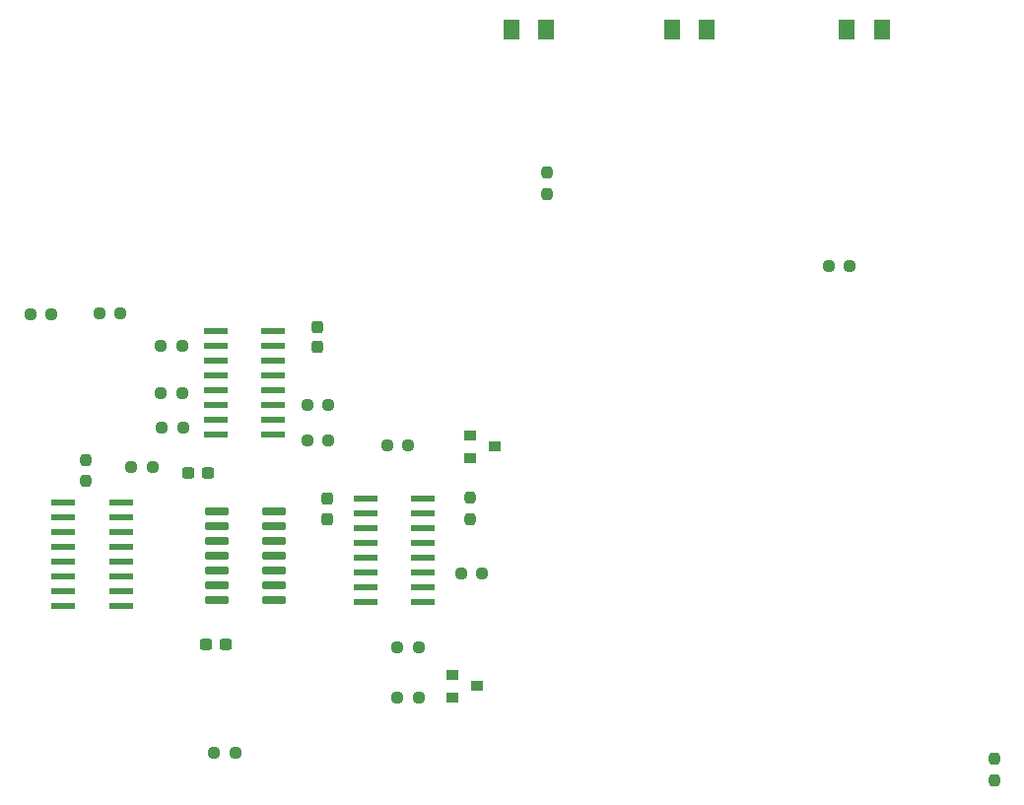
<source format=gbr>
%TF.GenerationSoftware,KiCad,Pcbnew,7.0.7*%
%TF.CreationDate,2023-11-16T19:54:27-05:00*%
%TF.ProjectId,GRC22_ShutdownChargerBoardV1,47524332-325f-4536-9875-74646f776e43,rev?*%
%TF.SameCoordinates,Original*%
%TF.FileFunction,Paste,Top*%
%TF.FilePolarity,Positive*%
%FSLAX46Y46*%
G04 Gerber Fmt 4.6, Leading zero omitted, Abs format (unit mm)*
G04 Created by KiCad (PCBNEW 7.0.7) date 2023-11-16 19:54:27*
%MOMM*%
%LPD*%
G01*
G04 APERTURE LIST*
G04 Aperture macros list*
%AMRoundRect*
0 Rectangle with rounded corners*
0 $1 Rounding radius*
0 $2 $3 $4 $5 $6 $7 $8 $9 X,Y pos of 4 corners*
0 Add a 4 corners polygon primitive as box body*
4,1,4,$2,$3,$4,$5,$6,$7,$8,$9,$2,$3,0*
0 Add four circle primitives for the rounded corners*
1,1,$1+$1,$2,$3*
1,1,$1+$1,$4,$5*
1,1,$1+$1,$6,$7*
1,1,$1+$1,$8,$9*
0 Add four rect primitives between the rounded corners*
20,1,$1+$1,$2,$3,$4,$5,0*
20,1,$1+$1,$4,$5,$6,$7,0*
20,1,$1+$1,$6,$7,$8,$9,0*
20,1,$1+$1,$8,$9,$2,$3,0*%
G04 Aperture macros list end*
%ADD10RoundRect,0.237500X-0.237500X0.250000X-0.237500X-0.250000X0.237500X-0.250000X0.237500X0.250000X0*%
%ADD11RoundRect,0.237500X0.250000X0.237500X-0.250000X0.237500X-0.250000X-0.237500X0.250000X-0.237500X0*%
%ADD12RoundRect,0.237500X0.237500X-0.250000X0.237500X0.250000X-0.237500X0.250000X-0.237500X-0.250000X0*%
%ADD13RoundRect,0.041300X-0.933700X-0.253700X0.933700X-0.253700X0.933700X0.253700X-0.933700X0.253700X0*%
%ADD14RoundRect,0.237500X0.237500X-0.300000X0.237500X0.300000X-0.237500X0.300000X-0.237500X-0.300000X0*%
%ADD15RoundRect,0.237500X0.300000X0.237500X-0.300000X0.237500X-0.300000X-0.237500X0.300000X-0.237500X0*%
%ADD16RoundRect,0.237500X-0.250000X-0.237500X0.250000X-0.237500X0.250000X0.237500X-0.250000X0.237500X0*%
%ADD17RoundRect,0.237500X-0.300000X-0.237500X0.300000X-0.237500X0.300000X0.237500X-0.300000X0.237500X0*%
%ADD18RoundRect,0.237500X-0.237500X0.300000X-0.237500X-0.300000X0.237500X-0.300000X0.237500X0.300000X0*%
%ADD19RoundRect,0.250001X-0.462499X-0.624999X0.462499X-0.624999X0.462499X0.624999X-0.462499X0.624999X0*%
%ADD20RoundRect,0.042000X-0.943000X-0.258000X0.943000X-0.258000X0.943000X0.258000X-0.943000X0.258000X0*%
%ADD21RoundRect,0.041300X0.933700X0.253700X-0.933700X0.253700X-0.933700X-0.253700X0.933700X-0.253700X0*%
%ADD22R,1.000000X0.850000*%
G04 APERTURE END LIST*
D10*
%TO.C,R19*%
X112300000Y-85675000D03*
X112300000Y-87500000D03*
%TD*%
D11*
%TO.C,R10*%
X139962500Y-84475000D03*
X138137500Y-84475000D03*
%TD*%
D12*
%TO.C,R11*%
X145304000Y-90797500D03*
X145304000Y-88972500D03*
%TD*%
D13*
%TO.C,U4*%
X136276500Y-88996000D03*
X136276500Y-90266000D03*
X136276500Y-91536000D03*
X136276500Y-92806000D03*
X136276500Y-94076000D03*
X136276500Y-95346000D03*
X136276500Y-96616000D03*
X136276500Y-97886000D03*
X141236500Y-97886000D03*
X141236500Y-96616000D03*
X141236500Y-95346000D03*
X141236500Y-94076000D03*
X141236500Y-92806000D03*
X141236500Y-91536000D03*
X141236500Y-90266000D03*
X141236500Y-88996000D03*
%TD*%
D14*
%TO.C,C2*%
X133019000Y-90774000D03*
X133019000Y-89049000D03*
%TD*%
D15*
%TO.C,C4*%
X124322500Y-101569000D03*
X122597500Y-101569000D03*
%TD*%
D16*
%TO.C,R6*%
X118787500Y-82900000D03*
X120612500Y-82900000D03*
%TD*%
D17*
%TO.C,C3*%
X121073500Y-86837000D03*
X122798500Y-86837000D03*
%TD*%
D13*
%TO.C,U2*%
X123429500Y-74645000D03*
X123429500Y-75915000D03*
X123429500Y-77185000D03*
X123429500Y-78455000D03*
X123429500Y-79725000D03*
X123429500Y-80995000D03*
X123429500Y-82265000D03*
X123429500Y-83535000D03*
X128389500Y-83535000D03*
X128389500Y-82265000D03*
X128389500Y-80995000D03*
X128389500Y-79725000D03*
X128389500Y-78455000D03*
X128389500Y-77185000D03*
X128389500Y-75915000D03*
X128389500Y-74645000D03*
%TD*%
D16*
%TO.C,R13*%
X139057500Y-106141000D03*
X140882500Y-106141000D03*
%TD*%
%TO.C,R4*%
X131287000Y-80995000D03*
X133112000Y-80995000D03*
%TD*%
D11*
%TO.C,R23*%
X109312500Y-73200000D03*
X107487500Y-73200000D03*
%TD*%
D18*
%TO.C,C1*%
X132199500Y-74290500D03*
X132199500Y-76015500D03*
%TD*%
D19*
%TO.C,D1*%
X148867000Y-48698000D03*
X151842000Y-48698000D03*
%TD*%
D20*
%TO.C,U3*%
X123525000Y-90139000D03*
X123525000Y-91409000D03*
X123525000Y-92679000D03*
X123525000Y-93949000D03*
X123525000Y-95219000D03*
X123525000Y-96489000D03*
X123525000Y-97759000D03*
X128475000Y-97759000D03*
X128475000Y-96489000D03*
X128475000Y-95219000D03*
X128475000Y-93949000D03*
X128475000Y-92679000D03*
X128475000Y-91409000D03*
X128475000Y-90139000D03*
%TD*%
D16*
%TO.C,R5*%
X116200000Y-86300000D03*
X118025000Y-86300000D03*
%TD*%
D19*
%TO.C,D3*%
X162667000Y-48698000D03*
X165642000Y-48698000D03*
%TD*%
D11*
%TO.C,R22*%
X115262500Y-73121000D03*
X113437500Y-73121000D03*
%TD*%
D21*
%TO.C,U1*%
X115315500Y-98267000D03*
X115315500Y-96997000D03*
X115315500Y-95727000D03*
X115315500Y-94457000D03*
X115315500Y-93187000D03*
X115315500Y-91917000D03*
X115315500Y-90647000D03*
X115315500Y-89377000D03*
X110355500Y-89377000D03*
X110355500Y-90647000D03*
X110355500Y-91917000D03*
X110355500Y-93187000D03*
X110355500Y-94457000D03*
X110355500Y-95727000D03*
X110355500Y-96997000D03*
X110355500Y-98267000D03*
%TD*%
D11*
%TO.C,R17*%
X120562500Y-75915000D03*
X118737500Y-75915000D03*
%TD*%
D19*
%TO.C,D2*%
X177667000Y-48698000D03*
X180642000Y-48698000D03*
%TD*%
D10*
%TO.C,R3*%
X190300000Y-111387500D03*
X190300000Y-113212500D03*
%TD*%
D16*
%TO.C,R15*%
X118737500Y-79979000D03*
X120562500Y-79979000D03*
%TD*%
D11*
%TO.C,R14*%
X125112500Y-110900000D03*
X123287500Y-110900000D03*
%TD*%
D16*
%TO.C,R18*%
X131287000Y-84043000D03*
X133112000Y-84043000D03*
%TD*%
%TO.C,R2*%
X176075000Y-69000000D03*
X177900000Y-69000000D03*
%TD*%
D22*
%TO.C,Q1*%
X145270000Y-83571000D03*
X145270000Y-85531000D03*
X147370000Y-84551000D03*
%TD*%
D16*
%TO.C,R16*%
X144495000Y-95473000D03*
X146320000Y-95473000D03*
%TD*%
D12*
%TO.C,R1*%
X151900000Y-62812500D03*
X151900000Y-60987500D03*
%TD*%
D22*
%TO.C,Q2*%
X143746000Y-104145000D03*
X143746000Y-106105000D03*
X145846000Y-105125000D03*
%TD*%
D11*
%TO.C,R12*%
X140882500Y-101823000D03*
X139057500Y-101823000D03*
%TD*%
M02*

</source>
